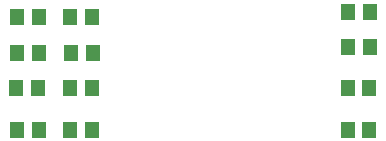
<source format=gbp>
G04*
G04 #@! TF.GenerationSoftware,Altium Limited,Altium Designer,23.9.2 (47)*
G04*
G04 Layer_Color=128*
%FSLAX44Y44*%
%MOMM*%
G71*
G04*
G04 #@! TF.SameCoordinates,A89998BD-DD6A-42FD-B223-A906B6295702*
G04*
G04*
G04 #@! TF.FilePolarity,Positive*
G04*
G01*
G75*
%ADD33R,1.1500X1.3500*%
D33*
X334250Y155000D02*
D03*
X315750D02*
D03*
X315750Y190000D02*
D03*
X334250D02*
D03*
X316500Y225000D02*
D03*
X335000D02*
D03*
X316500Y255000D02*
D03*
X335000D02*
D03*
X80750Y155000D02*
D03*
X99250D02*
D03*
X80750Y190000D02*
D03*
X99250D02*
D03*
X80750Y250000D02*
D03*
X99250D02*
D03*
X81500Y220000D02*
D03*
X100000D02*
D03*
X54250Y155000D02*
D03*
X35750D02*
D03*
X53500Y190000D02*
D03*
X35000D02*
D03*
X54250Y220000D02*
D03*
X35750D02*
D03*
X54250Y250000D02*
D03*
X35750D02*
D03*
M02*

</source>
